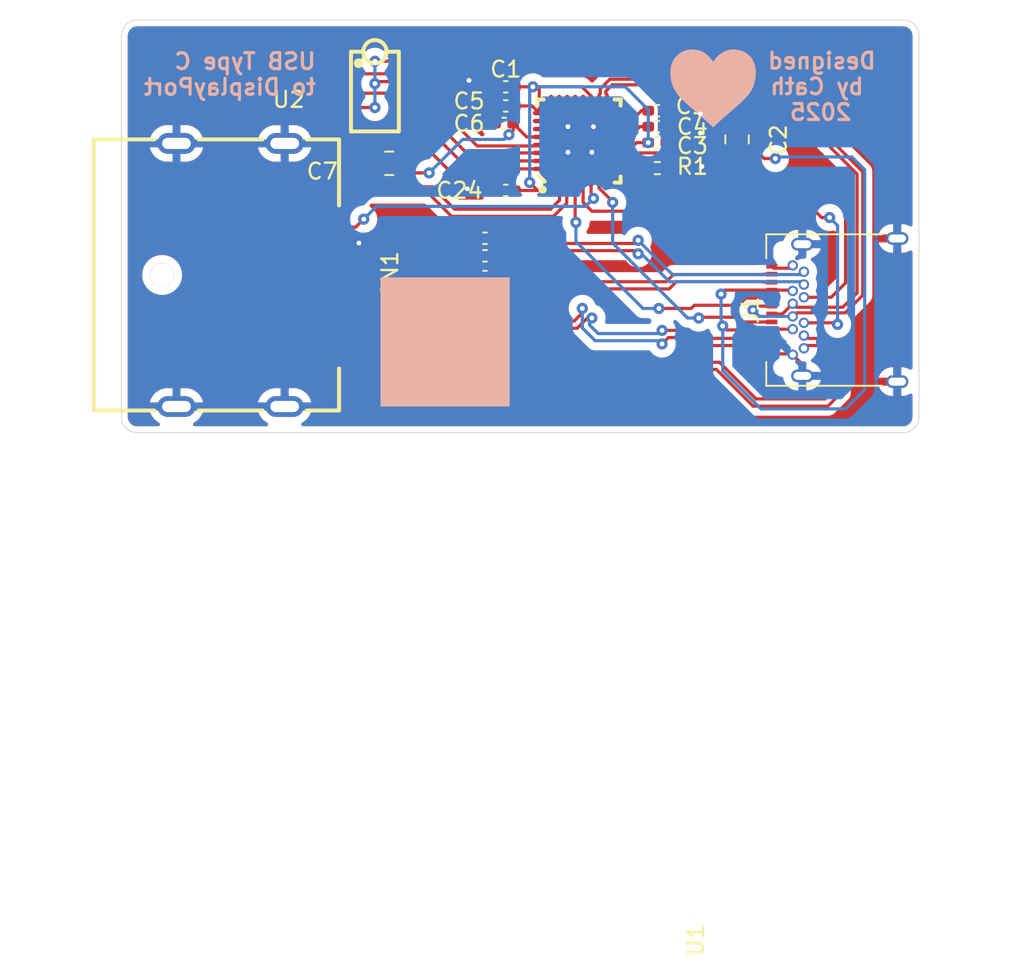
<source format=kicad_pcb>
(kicad_pcb (version 20240108) (generator "pcbnew") (generator_version "8.0")
  (layers (0 "F.Cu" signal) (1 "In1.Cu" power) (2 "In2.Cu" power) (31 "B.Cu" signal) (34 "B.Paste" user) (35 "F.Paste" user) (36 "B.SilkS" user "B.Silkscreen") (37 "F.SilkS" user "F.Silkscreen") (38 "B.Mask" user) (39 "F.Mask" user) (44 "Edge.Cuts" user))
  (net 0 "")
  (net 1 "GND")
  (net 2 "+3.3V")
  (net 3 "VBUS")
  (net 4 "Net-(U1-LDOVDD18O)")
  (net 5 "Net-(U1-DVCC18)")
  (net 6 "DP_LANE0-")
  (net 7 "DP_LANE0+")
  (net 8 "DP_LANE1-")
  (net 9 "DP_LANE1+")
  (net 10 "DP_LANE2-")
  (net 11 "DP_LANE2+")
  (net 12 "DP_LANE3-")
  (net 13 "DP_LANE3+")
  (net 15 "AUX+")
  (net 16 "AUX-")
  (net 17 "HPD")
  (net 19 "CC1")
  (net 20 "D-")
  (net 21 "SBU2")
  (net 22 "D+")
  (net 23 "SBU1")
  (net 24 "CC2")
  (net 25 "Net-(U1-REXT)")
  (net 29 "SPI_CS")
  (net 31 "SCLK")
  (net 34 "SPI_DI")
  (net 37 "SPI_DO")
  (net 40 "/RX1-")
  (net 41 "/RX1+")
  (net 42 "/TX1-")
  (net 43 "/TX1+")
  (net 44 "/RX2-")
  (net 45 "/RX2+")
  (net 46 "/TX2-")
  (net 47 "/TX2+")
  (net 48 "Net-(U1-OSCVDD18)")
  (footprint "da:QFN-32_L5.0-W5.0-P0.50-TL-EP3.5" (layer "F.Cu") (at 99 56.3975 90)
    (property "Reference" "U1")
    (property "Value" "VL103-Q3")
  )
  (footprint "Capacitor_SMD:C_0402_1005Metric_Pad0.74x0.62mm_HandSolder" (layer "F.Cu") (at 93.1 67.3 180)
    (property "Reference" "C11" (hide yes))
    (property "Value" "100nF")
  )
  (footprint "Capacitor_SMD:C_0402_1005Metric_Pad0.74x0.62mm_HandSolder" (layer "F.Cu") (at 94.4 59.5 180)
    (property "Reference" "C24")
    (property "Value" "100nF")
  )
  (footprint "Capacitor_SMD:C_0402_1005Metric_Pad0.74x0.62mm_HandSolder" (layer "F.Cu") (at 94.4 54.2 180)
    (property "Reference" "C5")
    (property "Value" "100nF")
  )
  (footprint "Capacitor_SMD:C_0402_1005Metric_Pad0.74x0.62mm_HandSolder" (layer "F.Cu") (at 93.1 63.6 180)
    (property "Reference" "C14" (hide yes))
    (property "Value" "100nF")
  )
  (footprint "da:SOIC-8_L5.0-W4.0-P1.27-LS6.0-BL" (layer "F.Cu") (at 86.2 53.3 -90)
    (property "Reference" "U2")
    (property "Value" "W25Q16BVSSIG")
  )
  (footprint "Capacitor_SMD:C_0402_1005Metric_Pad0.74x0.62mm_HandSolder" (layer "F.Cu") (at 94.4 53 180)
    (property "Reference" "C1")
    (property "Value" "100nF")
  )
  (footprint "Connector_USB:USB_C_Receptacle_Amphenol_12401548E4-2A" (layer "F.Cu") (at 116.1 67 90)
    (property "Reference" "J1")
    (property "Value" "USB_C_Receptacle")
  )
  (footprint "Capacitor_SMD:C_0402_1005Metric_Pad0.74x0.62mm_HandSolder" (layer "F.Cu") (at 103.9 56.5)
    (property "Reference" "C3")
    (property "Value" "100nF")
  )
  (footprint "Capacitor_SMD:C_0402_1005Metric_Pad0.74x0.62mm_HandSolder" (layer "F.Cu") (at 93.1 62.5 180)
    (property "Reference" "C15" (hide yes))
    (property "Value" "100nF")
  )
  (footprint "Resistor_SMD:R_0402_1005Metric_Pad0.72x0.64mm_HandSolder" (layer "F.Cu") (at 103.9 58.1 180)
    (property "Reference" "R1")
    (property "Value" "20.5k")
  )
  (footprint "Capacitor_SMD:C_0402_1005Metric_Pad0.74x0.62mm_HandSolder" (layer "F.Cu") (at 93.1 66 180)
    (property "Reference" "C12" (hide yes))
    (property "Value" "100nF")
  )
  (footprint "Capacitor_SMD:C_0805_2012Metric_Pad1.18x1.45mm_HandSolder" (layer "F.Cu") (at 108.9 56.3 90)
    (property "Reference" "C2")
    (property "Value" "10uF")
  )
  (footprint "Capacitor_SMD:C_0402_1005Metric_Pad0.74x0.62mm_HandSolder" (layer "F.Cu") (at 103.9 54.5)
    (property "Reference" "C16")
    (property "Value" "100nF")
  )
  (footprint "Capacitor_SMD:C_0402_1005Metric_Pad0.74x0.62mm_HandSolder" (layer "F.Cu") (at 93.1 71.12 180)
    (property "Reference" "C8" (hide yes))
    (property "Value" "100nF")
  )
  (footprint "Capacitor_SMD:C_0402_1005Metric_Pad0.74x0.62mm_HandSolder" (layer "F.Cu") (at 103.9 55.5)
    (property "Reference" "C4")
    (property "Value" "100nF")
  )
  (footprint "Capacitor_SMD:C_0402_1005Metric_Pad0.74x0.62mm_HandSolder" (layer "F.Cu") (at 93.1 68.53 180)
    (property "Reference" "C10" (hide yes))
    (property "Value" "100nF")
  )
  (footprint "Capacitor_SMD:C_0402_1005Metric_Pad0.74x0.62mm_HandSolder" (layer "F.Cu") (at 93.1 69.93 180)
    (property "Reference" "C9" (hide yes))
    (property "Value" "100nF")
  )
  (footprint "Capacitor_SMD:C_0402_1005Metric_Pad0.74x0.62mm_HandSolder" (layer "F.Cu") (at 94.3 55.3 180)
    (property "Reference" "C6")
    (property "Value" "100nF")
  )
  (footprint "Capacitor_SMD:C_0805_2012Metric_Pad1.18x1.45mm_HandSolder" (layer "F.Cu") (at 87.1 57.8 180)
    (property "Reference" "C7")
    (property "Value" "10uF")
  )
  (footprint "da:DP-SMD_HYC16-DP20-178" (layer "F.Cu") (at 78.4525 64.8 -90)
    (property "Reference" "CN1")
    (property "Value" "HYC16-DP20-178")
  )
  (footprint "Capacitor_SMD:C_0402_1005Metric_Pad0.74x0.62mm_HandSolder" (layer "F.Cu") (at 93.1 64.9 180)
    (property "Reference" "C13" (hide yes))
    (property "Value" "100nF")
  )
  (footprint "LOGO" (layer "B.Cu") (at 107.4 53.1 180)
    (property "Reference" "G***" (hide yes))
    (property "Value" "LOGO" (hide yes))
  )
  (gr_rect (start 86.6 65) (end 94.6 73) (stroke (width 0.1)) (fill solid) (layer "B.SilkS"))
  (gr_line (start 120.3 49.807107) (end 120.3 73.692893) (stroke (width 0.05)) (layer "Edge.Cuts"))
  (gr_line (start 119.292893 74.692893) (end 71.307107 74.692893) (stroke (width 0.05)) (layer "Edge.Cuts"))
  (gr_arc (start 119.3 48.807107) (mid 120.007107 49.1) (end 120.3 49.807107) (stroke (width 0.05)) (layer "Edge.Cuts"))
  (gr_arc (start 71.307107 74.692893) (mid 70.6 74.4) (end 70.307107 73.692893) (stroke (width 0.05)) (layer "Edge.Cuts"))
  (gr_line (start 70.307107 73.692893) (end 70.307107 49.807107) (stroke (width 0.05)) (layer "Edge.Cuts"))
  (gr_arc (start 120.292893 73.692893) (mid 120 74.4) (end 119.292893 74.692893) (stroke (width 0.05)) (layer "Edge.Cuts"))
  (gr_line (start 71.307107 48.807107) (end 119.3 48.807107) (stroke (width 0.05)) (layer "Edge.Cuts"))
  (gr_arc (start 70.307107 49.807107) (mid 70.6 49.1) (end 71.307107 48.807107) (stroke (width 0.05)) (layer "Edge.Cuts"))
  (gr_text "Designed \n by Cath\n  2025\n\n\n" (at 117.7 58.4 0) (layer "B.SilkS") (effects (font (size 1 1) (thickness 0.2) (bold yes)) (justify left bottom mirror)))
  (gr_text "USB Type C \nto DisplayPort" (at 82.6 53.6 0) (layer "B.SilkS") (effects (font (size 1 1) (thickness 0.2) (bold yes)) (justify left bottom mirror)))
  (segment (start 83.1425 64.3) (end 80.3 64.3) (width 0.2) (layer "F.Cu") (net 1))
  (segment (start 83.1425 62.8) (end 85.2 62.8) (width 0.2) (layer "F.Cu") (net 1))
  (segment (start 83.1425 65.3) (end 80.2 65.3) (width 0.2) (layer "F.Cu") (net 1))
  (segment (start 83.1425 69.8) (end 80.2 69.8) (width 0.2) (layer "F.Cu") (net 1))
  (segment (start 112.99 70.4) (end 112.99 71.13) (width 0.2) (layer "F.Cu") (net 1))
  (segment (start 83.1425 66.8) (end 79.9 66.8) (width 0.2) (layer "F.Cu") (net 1))
  (segment (start 111.08 64.25) (end 111.205 64.375) (width 0.2) (layer "F.Cu") (net 1))
  (segment (start 111.08 69.75) (end 112.34 69.75) (width 0.2) (layer "F.Cu") (net 1))
  (segment (start 112.39 69.8) (end 112.99 70.4) (width 0.2) (layer "F.Cu") (net 1))
  (segment (start 112.34 69.75) (end 112.39 69.8) (width 0.2) (layer "F.Cu") (net 1))
  (segment (start 112.215 64.375) (end 112.39 64.2) (width 0.2) (layer "F.Cu") (net 1))
  (segment (start 111.05 64.25) (end 110.25 63.45) (width 0.2) (layer "F.Cu") (net 1))
  (segment (start 111.08 64.25) (end 111.05 64.25) (width 0.2) (layer "F.Cu") (net 1))
  (segment (start 83.1425 68.3) (end 80.1 68.3) (width 0.2) (layer "F.Cu") (net 1))
  (segment (start 80.2 69.8) (end 80.1 69.7) (width 0.2) (layer "F.Cu") (net 1))
  (segment (start 79.3 63.8) (end 79.1 64) (width 0.2) (layer "F.Cu") (net 1))
  (segment (start 83.1425 63.8) (end 79.3 63.8) (width 0.2) (layer "F.Cu") (net 1))
  (segment (start 111.205 64.375) (end 112.215 64.375) (width 0.2) (layer "F.Cu") (net 1))
  (segment (start 79.9 66.8) (end 79.8 66.9) (width 0.2) (layer "F.Cu") (net 1))
  (via (at 92.1 52.6) (size 0.7) (drill 0.3) (layers "F.Cu" "B.Cu") (net 1))
  (via (at 99.8 57.1) (size 0.7) (drill 0.3) (layers "F.Cu" "B.Cu") (net 1))
  (via (at 106.6 54.7) (size 0.7) (drill 0.3) (layers "F.Cu" "B.Cu") (net 1))
  (via (at 98.3 57.1) (size 0.7) (drill 0.3) (layers "F.Cu" "B.Cu") (net 1))
  (via (at 85.2 62.8) (size 0.7) (drill 0.3) (layers "F.Cu" "B.Cu") (net 1))
  (via (at 106.6 55.9) (size 0.7) (drill 0.3) (layers "F.Cu" "B.Cu") (net 1))
  (via (at 98.3 55.5) (size 0.7) (drill 0.3) (layers "F.Cu" "B.Cu") (net 1))
  (via (at 92 59.4) (size 0.7) (drill 0.3) (layers "F.Cu" "B.Cu") (net 1))
  (via (at 99.9 55.5) (size 0.7) (drill 0.3) (layers "F.Cu" "B.Cu") (net 1))
  (via (at 106.7 58) (size 0.7) (drill 0.3) (layers "F.Cu" "B.Cu") (net 1))
  (segment (start 86.6 51.4) (end 86.61 51.39) (width 0.2) (layer "F.Cu") (net 2))
  (segment (start 102.5975 56.5) (end 103.3325 56.5) (width 0.2) (layer "F.Cu") (net 2))
  (segment (start 96.1 53) (end 94.9675 53) (width 0.2) (layer "F.Cu") (net 2))
  (segment (start 96.5 53) (end 96.1 53) (width 0.2) (layer "F.Cu") (net 2))
  (segment (start 101.5 56.6475) (end 102.45 56.6475) (width 0.2) (layer "F.Cu") (net 2))
  (segment (start 86.33 52.67) (end 86.2 52.8) (width 0.2) (layer "F.Cu") (net 2))
  (segment (start 96.5 54.6475) (end 96.5 53) (width 0.2) (layer "F.Cu") (net 2))
  (segment (start 88.91 51.39) (end 93.3575 51.39) (width 0.2) (layer "F.Cu") (net 2))
  (segment (start 96.3 59.5) (end 96.3 59.4) (width 0.2) (layer "F.Cu") (net 2))
  (segment (start 96.6475 59.5) (end 97.25 58.8975) (width 0.2) (layer "F.Cu") (net 2))
  (segment (start 96.0525 54.2) (end 96.5 54.6475) (width 0.2) (layer "F.Cu") (net 2))
  (segment (start 83.86 54.3) (end 83.49 53.93) (width 0.2) (layer "F.Cu") (net 2))
  (segment (start 86.2 54.3) (end 83.86 54.3) (width 0.2) (layer "F.Cu") (net 2))
  (segment (start 96.5 53) (end 99.1725 53) (width 0.2) (layer "F.Cu") (net 2))
  (segment (start 86.2 51.4) (end 86.6 51.4) (width 0.2) (layer "F.Cu") (net 2))
  (segment (start 86.61 51.39) (end 88.91 51.39) (width 0.2) (layer "F.Cu") (net 2))
  (segment (start 99.75 53.5775) (end 99.75 53.8975) (width 0.2) (layer "F.Cu") (net 2))
  (segment (start 96.3 59.4) (end 95.9 59) (width 0.2) (layer "F.Cu") (net 2))
  (segment (start 94.9675 54.2) (end 96.0525 54.2) (width 0.2) (layer "F.Cu") (net 2))
  (segment (start 88.91 52.67) (end 86.33 52.67) (width 0.2) (layer "F.Cu") (net 2))
  (segment (start 102.45 56.6475) (end 102.5975 56.5) (width 0.2) (layer "F.Cu") (net 2))
  (segment (start 94.9675 59.5) (end 96.3 59.5) (width 0.2) (layer "F.Cu") (net 2))
  (segment (start 99.1725 53) (end 99.75 53.5775) (width 0.2) (layer "F.Cu") (net 2))
  (segment (start 93.3575 51.39) (end 94.9675 53) (width 0.2) (layer "F.Cu") (net 2))
  (segment (start 96.3 59.5) (end 96.6475 59.5) (width 0.2) (layer "F.Cu") (net 2))
  (via (at 86.2 52.8) (size 0.7) (drill 0.3) (layers "F.Cu" "B.Cu") (net 2))
  (via (at 86.2 54.3) (size 0.7) (drill 0.3) (layers "F.Cu" "B.Cu") (net 2))
  (via (at 86.2 51.4) (size 0.7) (drill 0.3) (layers "F.Cu" "B.Cu") (net 2))
  (via (at 95.9 59) (size 0.7) (drill 0.3) (layers "F.Cu" "B.Cu") (net 2))
  (via (at 96.1 53) (size 0.7) (drill 0.3) (layers "F.Cu" "B.Cu") (net 2))
  (via (at 103.3325 56.5) (size 0.7) (drill 0.3) (layers "F.Cu" "B.Cu") (net 2))
  (segment (start 95.9 53.2) (end 96.1 53) (width 0.2) (layer "B.Cu") (net 2))
  (segment (start 86.2 54.3) (end 86.2 53.7) (width 0.2) (layer "B.Cu") (net 2))
  (segment (start 101.9 53) (end 96.1 53) (width 0.2) (layer "B.Cu") (net 2))
  (segment (start 86.2 53.7) (end 86.2 52.8) (width 0.2) (layer "B.Cu") (net 2))
  (segment (start 86.2 52.8) (end 86.2 51.4) (width 0.2) (layer "B.Cu") (net 2))
  (segment (start 95.9 59) (end 95.9 53.2) (width 0.2) (layer "B.Cu") (net 2))
  (segment (start 103.3325 54.4325) (end 101.9 53) (width 0.2) (layer "B.Cu") (net 2))
  (segment (start 103.3325 56.5) (end 103.3325 54.4325) (width 0.2) (layer "B.Cu") (net 2))
  (segment (start 110.4375 57.3375) (end 108.9 57.3375) (width 0.2) (layer "F.Cu") (net 3))
  (segment (start 108.25 68.25) (end 108 68) (width 0.2) (layer "F.Cu") (net 3))
  (segment (start 108.15 65.75) (end 107.9 66) (width 0.2) (layer "F.Cu") (net 3))
  (segment (start 111.08 65.75) (end 112.34 65.75) (width 0.2) (layer "F.Cu") (net 3))
  (segment (start 111.08 68.25) (end 108.25 68.25) (width 0.2) (layer "F.Cu") (net 3))
  (segment (start 111.3 57.5) (end 110.6 57.5) (width 0.2) (layer "F.Cu") (net 3))
  (segment (start 101.5 57.1475) (end 108.71 57.1475) (width 0.2) (layer "F.Cu") (net 3))
  (segment (start 110.6 57.5) (end 110.4375 57.3375) (width 0.2) (layer "F.Cu") (net 3))
  (segment (start 111.13 68.2) (end 111.08 68.25) (width 0.2) (layer "F.Cu") (net 3))
  (segment (start 111.08 65.75) (end 108.15 65.75) (width 0.2) (layer "F.Cu") (net 3))
  (segment (start 112.39 68.2) (end 111.13 68.2) (width 0.2) (layer "F.Cu") (net 3))
  (segment (start 108.71 57.1475) (end 108.9 57.3375) (width 0.2) (layer "F.Cu") (net 3))
  (segment (start 112.34 65.75) (end 112.39 65.8) (width 0.2) (layer "F.Cu") (net 3))
  (via (at 107.9 66) (size 0.7) (drill 0.3) (layers "F.Cu" "B.Cu") (net 3))
  (via (at 108 68) (size 0.7) (drill 0.3) (layers "F.Cu" "B.Cu") (net 3))
  (via (at 111.3 57.5) (size 0.7) (drill 0.3) (layers "F.Cu" "B.Cu") (net 3))
  (segment (start 107.9 67.9) (end 108 68) (width 0.2) (layer "B.Cu") (net 3))
  (segment (start 115.7 73.2) (end 116.9 72) (width 0.2) (layer "B.Cu") (net 3))
  (segment (start 116.9 58.7) (end 116.9 58.2) (width 0.2) (layer "B.Cu") (net 3))
  (segment (start 116.1 57.4) (end 111.4 57.4) (width 0.2) (layer "B.Cu") (net 3))
  (segment (start 108 70.8) (end 110.1 72.9) (width 0.2) (layer "B.Cu") (net 3))
  (segment (start 111.4 57.4) (end 111.3 57.5) (width 0.2) (layer "B.Cu") (net 3))
  (segment (start 108 68) (end 108 70.8) (width 0.2) (layer "B.Cu") (net 3))
  (segment (start 110.1 72.9) (end 110.4 73.2) (width 0.2) (layer "B.Cu") (net 3))
  (segment (start 107.9 66) (end 107.9 67.9) (width 0.2) (layer "B.Cu") (net 3))
  (segment (start 116.9 68.9) (end 116.9 58.7) (width 0.2) (layer "B.Cu") (net 3))
  (segment (start 116.9 72) (end 116.9 68.9) (width 0.2) (layer "B.Cu") (net 3))
  (segment (start 116.9 58.2) (end 116.1 57.4) (width 0.2) (layer "B.Cu") (net 3))
  (segment (start 110.4 73.2) (end 115.7 73.2) (width 0.2) (layer "B.Cu") (net 3))
  (segment (start 101.5 56.1475) (end 102.1525 56.1475) (width 0.2) (layer "F.Cu") (net 4))
  (segment (start 102.8 55.5) (end 103.3325 55.5) (width 0.2) (layer "F.Cu") (net 4))
  (segment (start 102.1525 56.1475) (end 102.8 55.5) (width 0.2) (layer "F.Cu") (net 4))
  (segment (start 94.8675 55.3) (end 94.8675 55.7325) (width 0.2) (layer "F.Cu") (net 5))
  (segment (start 94.8675 55.3) (end 95.715 56.1475) (width 0.2) (layer "F.Cu") (net 5))
  (segment (start 94.8675 55.7325) (end 94.6 56) (width 0.2) (layer "F.Cu") (net 5))
  (segment (start 95.715 56.1475) (end 96.5 56.1475) (width 0.2) (layer "F.Cu") (net 5))
  (segment (start 89.6 58.4) (end 88.7375 58.4) (width 0.2) (layer "F.Cu") (net 5))
  (segment (start 88.7375 58.4) (end 88.1375 57.8) (width 0.2) (layer "F.Cu") (net 5))
  (via (at 94.6 56) (size 0.7) (drill 0.3) (layers "F.Cu" "B.Cu") (net 5))
  (via (at 89.6 58.4) (size 0.7) (drill 0.3) (layers "F.Cu" "B.Cu") (net 5))
  (segment (start 94.3 56.3) (end 91.7 56.3) (width 0.2) (layer "B.Cu") (net 5))
  (segment (start 91.7 56.3) (end 89.6 58.4) (width 0.2) (layer "B.Cu") (net 5))
  (segment (start 94.6 56) (end 94.3 56.3) (width 0.2) (layer "B.Cu") (net 5))
  (segment (start 83.1425 70.3) (end 84.942501 70.3) (width 0.2) (layer "F.Cu") (net 6))
  (segment (start 87.527014 69.9762) (end 88.252014 70.7012) (width 0.2) (layer "F.Cu") (net 6))
  (segment (start 91.981249 71.12) (end 92.5325 71.12) (width 0.2) (layer "F.Cu") (net 6))
  (segment (start 88.252014 70.7012) (end 91.562449 70.7012) (width 0.2) (layer "F.Cu") (net 6))
  (segment (start 84.942501 70.3) (end 85.266301 69.9762) (width 0.2) (layer "F.Cu") (net 6))
  (segment (start 91.562449 70.7012) (end 91.981249 71.12) (width 0.2) (layer "F.Cu") (net 6))
  (segment (start 85.266301 69.9762) (end 87.527014 69.9762) (width 0.2) (layer "F.Cu") (net 6))
  (segment (start 83.1425 69.3) (end 84.942501 69.3) (width 0.2) (layer "F.Cu") (net 7))
  (segment (start 88.397986 70.3488) (end 91.562449 70.3488) (width 0.2) (layer "F.Cu") (net 7))
  (segment (start 84.942501 69.3) (end 85.266301 69.6238) (width 0.2) (layer "F.Cu") (net 7))
  (segment (start 91.981249 69.93) (end 92.5325 69.93) (width 0.2) (layer "F.Cu") (net 7))
  (segment (start 87.672986 69.6238) (end 88.397986 70.3488) (width 0.2) (layer "F.Cu") (net 7))
  (segment (start 85.266301 69.6238) (end 87.672986 69.6238) (width 0.2) (layer "F.Cu") (net 7))
  (segment (start 91.562449 70.3488) (end 91.981249 69.93) (width 0.2) (layer "F.Cu") (net 7))
  (segment (start 92.5325 68.53) (end 91.981249 68.53) (width 0.2) (layer "F.Cu") (net 8))
  (segment (start 91.981249 68.53) (end 91.542449 68.0912) (width 0.2) (layer "F.Cu") (net 8))
  (segment (start 85.266301 68.4762) (end 84.942501 68.8) (width 0.2) (layer "F.Cu") (net 8))
  (segment (start 84.942501 68.8) (end 83.1425 68.8) (width 0.2) (layer "F.Cu") (net 8))
  (segment (start 91.542449 68.0912) (end 90.857986 68.0912) (width 0.2) (layer "F.Cu") (net 8))
  (segment (start 90.472986 68.4762) (end 85.266301 68.4762) (width 0.2) (layer "F.Cu") (net 8))
  (segment (start 90.857986 68.0912) (end 90.472986 68.4762) (width 0.2) (layer "F.Cu") (net 8))
  (segment (start 90.327014 68.1238) (end 85.266301 68.1238) (width 0.2) (layer "F.Cu") (net 9))
  (segment (start 84.942501 67.8) (end 83.1425 67.8) (width 0.2) (layer "F.Cu") (net 9))
  (segment (start 92.5325 67.3) (end 91.981249 67.3) (width 0.2) (layer "F.Cu") (net 9))
  (segment (start 91.542449 67.7388) (end 90.712014 67.7388) (width 0.2) (layer "F.Cu") (net 9))
  (segment (start 90.712014 67.7388) (end 90.327014 68.1238) (width 0.2) (layer "F.Cu") (net 9))
  (segment (start 91.981249 67.3) (end 91.542449 67.7388) (width 0.2) (layer "F.Cu") (net 9))
  (segment (start 85.266301 68.1238) (end 84.942501 67.8) (width 0.2) (layer "F.Cu") (net 9))
  (segment (start 91.981249 66) (end 92.5325 66) (width 0.2) (layer "F.Cu") (net 10))
  (segment (start 83.1425 67.3) (end 84.942501 67.3) (width 0.2) (layer "F.Cu") (net 10))
  (segment (start 91.607449 65.6262) (end 91.981249 66) (width 0.2) (layer "F.Cu") (net 10))
  (segment (start 88.222986 65.6262) (end 91.607449 65.6262) (width 0.2) (layer "F.Cu") (net 10))
  (segment (start 86.872986 66.9762) (end 88.222986 65.6262) (width 0.2) (layer "F.Cu") (net 10))
  (segment (start 84.942501 67.3) (end 85.266301 66.9762) (width 0.2) (layer "F.Cu") (net 10))
  (segment (start 85.266301 66.9762) (end 86.872986 66.9762) (width 0.2) (layer "F.Cu") (net 10))
  (segment (start 84.942501 66.3) (end 85.266301 66.6238) (width 0.2) (layer "F.Cu") (net 11))
  (segment (start 85.266301 66.6238) (end 86.727014 66.6238) (width 0.2) (layer "F.Cu") (net 11))
  (segment (start 91.607449 65.2738) (end 91.981249 64.9) (width 0.2) (layer "F.Cu") (net 11))
  (segment (start 86.727014 66.6238) (end 88.077014 65.2738) (width 0.2) (layer "F.Cu") (net 11))
  (segment (start 83.1425 66.3) (end 84.942501 66.3) (width 0.2) (layer "F.Cu") (net 11))
  (segment (start 88.077014 65.2738) (end 91.607449 65.2738) (width 0.2) (layer "F.Cu") (net 11))
  (segment (start 91.981249 64.9) (end 92.5325 64.9) (width 0.2) (layer "F.Cu") (net 11))
  (segment (start 85.266301 65.4762) (end 85.772986 65.4762) (width 0.2) (layer "F.Cu") (net 12))
  (segment (start 85.772986 65.4762) (end 88.022986 63.2262) (width 0.2) (layer "F.Cu") (net 12))
  (segment (start 84.942501 65.8) (end 85.266301 65.4762) (width 0.2) (layer "F.Cu") (net 12))
  (segment (start 83.1425 65.8) (end 84.942501 65.8) (width 0.2) (layer "F.Cu") (net 12))
  (segment (start 88.022986 63.2262) (end 91.607449 63.2262) (width 0.2) (layer "F.Cu") (net 12))
  (segment (start 91.981249 63.6) (end 92.5325 63.6) (width 0.2) (layer "F.Cu") (net 12))
  (segment (start 91.607449 63.2262) (end 91.981249 63.6) (width 0.2) (layer "F.Cu") (net 12))
  (segment (start 91.981249 62.5) (end 92.5325 62.5) (width 0.2) (layer "F.Cu") (net 13))
  (segment (start 84.942501 64.8) (end 85.266301 65.1238) (width 0.2) (layer "F.Cu") (net 13))
  (segment (start 85.627014 65.1238) (end 87.877014 62.8738) (width 0.2) (layer "F.Cu") (net 13))
  (segment (start 91.607449 62.8738) (end 91.981249 62.5) (width 0.2) (layer "F.Cu") (net 13))
  (segment (start 85.266301 65.1238) (end 85.627014 65.1238) (width 0.2) (layer "F.Cu") (net 13))
  (segment (start 87.877014 62.8738) (end 91.607449 62.8738) (width 0.2) (layer "F.Cu") (net 13))
  (segment (start 83.1425 64.8) (end 84.942501 64.8) (width 0.2) (layer "F.Cu") (net 13))
  (segment (start 97.75 59.2975) (end 97.775 59.3225) (width 0.2) (layer "F.Cu") (net 15))
  (segment (start 97.75 58.8975) (end 97.75 59.2975) (width 0.2) (layer "F.Cu") (net 15))
  (segment (start 97.775 60.1068) (end 97.2068 60.675) (width 0.2) (layer "F.Cu") (net 15))
  (segment (start 89.7932 59.275) (end 80.3068 59.275) (width 0.2) (layer "F.Cu") (net 15))
  (segment (start 80.3068 59.275) (end 78.775 60.8068) (width 0.2) (layer "F.Cu") (net 15))
  (segment (start 91.1932 60.675) (end 89.7932 59.275) (width 0.2) (layer "F.Cu") (net 15))
  (segment (start 97.775 59.3225) (end 97.775 60.1068) (width 0.2) (layer "F.Cu") (net 15))
  (segment (start 78.775 60.8068) (end 78.775 62.050195) (width 0.2) (layer "F.Cu") (net 15))
  (segment (start 81.342499 63.3) (end 83.1425 63.3) (width 0.2) (layer "F.Cu") (net 15))
  (segment (start 81.067499 63.025) (end 81.342499 63.3) (width 0.2) (layer "F.Cu") (net 15))
  (segment (start 78.775 62.050195) (end 79.749805 63.025) (width 0.2) (layer "F.Cu") (net 15))
  (segment (start 97.2068 60.675) (end 91.1932 60.675) (width 0.2) (layer "F.Cu") (net 15))
  (segment (start 79.749805 63.025) (end 81.067499 63.025) (width 0.2) (layer "F.Cu") (net 15))
  (segment (start 98.25 59.2975) (end 98.225 59.3225) (width 0.2) (layer "F.Cu") (net 16))
  (segment (start 79.936205 62.575) (end 81.067499 62.575) (width 0.2) (layer "F.Cu") (net 16))
  (segment (start 81.342499 62.3) (end 83.1425 62.3) (width 0.2) (layer "F.Cu") (net 16))
  (segment (start 98.225 60.2932) (end 97.3932 61.125) (width 0.2) (layer "F.Cu") (net 16))
  (segment (start 98.25 58.8975) (end 98.25 59.2975) (width 0.2) (layer "F.Cu") (net 16))
  (segment (start 91.0068 61.125) (end 89.6068 59.725) (width 0.2) (layer "F.Cu") (net 16))
  (segment (start 79.225 60.9932) (end 79.225 61.863795) (width 0.2) (layer "F.Cu") (net 16))
  (segment (start 79.225 61.863795) (end 79.936205 62.575) (width 0.2) (layer "F.Cu") (net 16))
  (segment (start 98.225 59.3225) (end 98.225 60.2932) (width 0.2) (layer "F.Cu") (net 16))
  (segment (start 97.3932 61.125) (end 91.0068 61.125) (width 0.2) (layer "F.Cu") (net 16))
  (segment (start 81.067499 62.575) (end 81.342499 62.3) (width 0.2) (layer "F.Cu") (net 16))
  (segment (start 80.4932 59.725) (end 79.225 60.9932) (width 0.2) (layer "F.Cu") (net 16))
  (segment (start 89.6068 59.725) (end 80.4932 59.725) (width 0.2) (layer "F.Cu") (net 16))
  (segment (start 99.9 60) (end 99.75 59.85) (width 0.2) (layer "F.Cu") (net 17))
  (segment (start 99.75 59.85) (end 99.75 58.8975) (width 0.2) (layer "F.Cu") (net 17))
  (segment (start 85 61.8) (end 85.5 61.3) (width 0.2) (layer "F.Cu") (net 17))
  (segment (start 83.1425 61.8) (end 85 61.8) (width 0.2) (layer "F.Cu") (net 17))
  (via (at 99.9 60) (size 0.7) (drill 0.3) (layers "F.Cu" "B.Cu") (net 17))
  (via (at 85.5 61.3) (size 0.7) (drill 0.3) (layers "F.Cu" "B.Cu") (net 17))
  (segment (start 86.3 60.5) (end 85.5 61.3) (width 0.2) (layer "B.Cu") (net 17))
  (segment (start 99.4 60.5) (end 86.3 60.5) (width 0.2) (layer "B.Cu") (net 17))
  (segment (start 99.9 60) (end 99.4 60.5) (width 0.2) (layer "B.Cu") (net 17))
  (segment (start 106.5 67.5) (end 106.55 67.45) (width 0.2) (layer "F.Cu") (net 19))
  (segment (start 109.25 67.75) (end 111.08 67.75) (width 0.2) (layer "F.Cu") (net 19))
  (segment (start 108.95 67.45) (end 109.25 67.75) (width 0.2) (layer "F.Cu") (net 19))
  (segment (start 106.55 67.45) (end 108.95 67.45) (width 0.2) (layer "F.Cu") (net 19))
  (segment (start 101.1 60.25) (end 101.1 60.2) (width 0.2) (layer "F.Cu") (net 19))
  (segment (start 101.1 60.2) (end 100.25 59.35) (width 0.2) (layer "F.Cu") (net 19))
  (segment (start 100.25 59.35) (end 100.25 58.8975) (width 0.2) (layer "F.Cu") (net 19))
  (via (at 101.1 60.25) (size 0.7) (drill 0.3) (layers "F.Cu" "B.Cu") (net 19))
  (via (at 106.5 67.5) (size 0.7) (drill 0.3) (layers "F.Cu" "B.Cu") (net 19))
  (segment (start 106.5 67.5) (end 105.8 67.5) (width 0.2) (layer "B.Cu") (net 19))
  (segment (start 101.1 62.8) (end 101.1 60.25) (width 0.2) (layer "B.Cu") (net 19))
  (segment (start 105.8 67.5) (end 101.1 62.8) (width 0.2) (layer "B.Cu") (net 19))
  (segment (start 100.25 53.4975) (end 100.25 53.8975) (width 0.2) (layer "F.Cu") (net 20))
  (segment (start 115.672986 67.1762) (end 116.7762 66.072986) (width 0.2) (layer "F.Cu") (net 20))
  (segment (start 100.3238 53.4237) (end 100.25 53.4975) (width 0.2) (layer "F.Cu") (net 20))
  (segment (start 116.7762 66.072986) (end 116.7762 58.327014) (width 0.2) (layer "F.Cu") (net 20))
  (segment (start 100.927014 52.5238) (end 100.3238 53.127014) (width 0.2) (layer "F.Cu") (net 20))
  (segment (start 110.15 66.75) (end 109.9 67) (width 0.2) (layer "F.Cu") (net 20))
  (segment (start 116.7762 58.327014) (end 110.972986 52.5238) (width 0.2) (layer "F.Cu") (net 20))
  (segment (start 100.3238 53.127014) (end 100.3238 53.4237) (width 0.2) (layer "F.Cu") (net 20))
  (segment (start 111.08 66.75) (end 110.15 66.75) (width 0.2) (layer "F.Cu") (net 20))
  (segment (start 112.6138 67.1762) (end 115.672986 67.1762) (width 0.2) (layer "F.Cu") (net 20))
  (segment (start 112.39 67.4) (end 112.6138 67.1762) (width 0.2) (layer "F.Cu") (net 20))
  (segment (start 110.972986 52.5238) (end 100.927014 52.5238) (width 0.2) (layer "F.Cu") (net 20))
  (via (at 109.9 67) (size 0.7) (drill 0.3) (layers "F.Cu" "B.Cu") (net 20))
  (segment (start 109.9 67) (end 110.3 67.4) (width 0.2) (layer "B.Cu") (net 20))
  (segment (start 110.3 67.4) (end 112.39 67.4) (width 0.2) (layer "B.Cu") (net 20))
  (segment (start 99.25 58.8975) (end 99.25 60.25) (width 0.2) (layer "F.Cu") (net 21))
  (segment (start 99.8 60.8) (end 103 60.8) (width 0.2) (layer "F.Cu") (net 21))
  (segment (start 115.1 67.8) (end 115.2 67.9) (width 0.2) (layer "F.Cu") (net 21))
  (segment (start 113.9 67.8) (end 115.1 67.8) (width 0.2) (layer "F.Cu") (net 21))
  (segment (start 113.9 67.8) (end 113.09 67.8) (width 0.2) (layer "F.Cu") (net 21))
  (segment (start 114.7 61.2) (end 114.2 61.2) (width 0.2) (layer "F.Cu") (net 21))
  (segment (start 113.8 60.8) (end 103 60.8) (width 0.2) (layer "F.Cu") (net 21))
  (segment (start 99.25 60.25) (end 99.8 60.8) (width 0.2) (layer "F.Cu") (net 21))
  (segment (start 114.2 61.2) (end 113.8 60.8) (width 0.2) (layer "F.Cu") (net 21))
  (via (at 114.7 61.2) (size 0.7) (drill 0.3) (layers "F.Cu" "B.Cu") (net 21))
  (via (at 115.2 67.9) (size 0.7) (drill 0.3) (layers "F.Cu" "B.Cu") (net 21))
  (segment (start 115.2 61.7) (end 114.7 61.2) (width 0.2) (layer "B.Cu") (net 21))
  (segment (start 115.2 67.9) (end 115.2 61.7) (width 0.2) (layer "B.Cu") (net 21))
  (segment (start 116.4238 65.927014) (end 116.4238 58.472986) (width 0.2) (layer "F.Cu") (net 22))
  (segment (start 111.74 67.25) (end 112.39 66.6) (width 0.2) (layer "F.Cu") (net 22))
  (segment (start 100.6762 53.272986) (end 100.6762 53.4237) (width 0.2) (layer "F.Cu") (net 22))
  (segment (start 101.072986 52.8762) (end 100.6762 53.272986) (width 0.2) (layer "F.Cu") (net 22))
  (segment (start 111.08 67.25) (end 111.74 67.25) (width 0.2) (layer "F.Cu") (net 22))
  (segment (start 115.527014 66.8238) (end 116.4238 65.927014) (width 0.2) (layer "F.Cu") (net 22))
  (segment (start 110.827014 52.8762) (end 101.072986 52.8762) (width 0.2) (layer "F.Cu") (net 22))
  (segment (start 116.4238 58.472986) (end 110.827014 52.8762) (width 0.2) (layer "F.Cu") (net 22))
  (segment (start 100.75 53.4975) (end 100.75 53.8975) (width 0.2) (layer "F.Cu") (net 22))
  (segment (start 112.6138 66.8238) (end 115.527014 66.8238) (width 0.2) (layer "F.Cu") (net 22))
  (segment (start 112.39 66.6) (end 112.6138 66.8238) (width 0.2) (layer "F.Cu") (net 22))
  (segment (start 100.6762 53.4237) (end 100.75 53.4975) (width 0.2) (layer "F.Cu") (net 22))
  (segment (start 104 66.9) (end 106.022182 66.9) (width 0.2) (layer "F.Cu") (net 23))
  (segment (start 109.45 66.25) (end 111.08 66.25) (width 0.2) (layer "F.Cu") (net 23))
  (segment (start 106.222182 66.7) (end 109 66.7) (width 0.2) (layer "F.Cu") (net 23))
  (segment (start 109 66.7) (end 109.45 66.25) (width 0.2) (layer "F.Cu") (net 23))
  (segment (start 98.75 61.45) (end 98.75 58.8975) (width 0.2) (layer "F.Cu") (net 23))
  (segment (start 98.8 61.5) (end 98.75 61.45) (width 0.2) (layer "F.Cu") (net 23))
  (segment (start 106.022182 66.9) (end 106.222182 66.7) (width 0.2) (layer "F.Cu") (net 23))
  (via (at 98.8 61.5) (size 0.7) (drill 0.3) (layers "F.Cu" "B.Cu") (net 23))
  (via (at 104 66.9) (size 0.7) (drill 0.3) (layers "F.Cu" "B.Cu") (net 23))
  (segment (start 104 66.9) (end 103 66.9) (width 0.2) (layer "B.Cu") (net 23))
  (segment (start 98.8 62.7) (end 98.8 61.5) (width 0.2) (layer "B.Cu") (net 23))
  (segment (start 103 66.9) (end 98.8 62.7) (width 0.2) (layer "B.Cu") (net 23))
  (segment (start 114.8 66.2) (end 113.09 66.2) (width 0.2) (layer "F.Cu") (net 24))
  (segment (start 114.4 58.9) (end 115.7 60.2) (width 0.2) (layer "F.Cu") (net 24))
  (segment (start 115.7 60.2) (end 115.7 65.3) (width 0.2) (layer "F.Cu") (net 24))
  (segment (start 113.177818 58.9) (end 114.4 58.9) (width 0.2) (layer "F.Cu") (net 24))
  (segment (start 113.175318 58.8975) (end 113.177818 58.9) (width 0.2) (layer "F.Cu") (net 24))
  (segment (start 100.75 58.8975) (end 113.175318 58.8975) (width 0.2) (layer "F.Cu") (net 24))
  (segment (start 115.7 65.3) (end 114.8 66.2) (width 0.2) (layer "F.Cu") (net 24))
  (segment (start 103.255 58.1475) (end 103.3025 58.1) (width 0.2) (layer "F.Cu") (net 25))
  (segment (start 101.5 58.1475) (end 103.255 58.1475) (width 0.2) (layer "F.Cu") (net 25))
  (segment (start 89.800894 52.185) (end 91.6 53.984106) (width 0.2) (layer "F.Cu") (net 29))
  (segment (start 91.6 55.7) (end 92.61 56.71) (width 0.2) (layer "F.Cu") (net 29))
  (segment (start 83.49 51.39) (end 84.285 52.185) (width 0.2) (layer "F.Cu") (net 29))
  (segment (start 84.285 52.185) (end 89.800894 52.185) (width 0.2) (layer "F.Cu") (net 29))
  (segment (start 96.4375 56.71) (end 96.5 56.6475) (width 0.2) (layer "F.Cu") (net 29))
  (segment (start 91.6 53.984106) (end 91.6 55.7) (width 0.2) (layer "F.Cu") (net 29))
  (segment (start 92.61 56.71) (end 96.4375 56.71) (width 0.2) (layer "F.Cu") (net 29))
  (segment (start 89.23 53.93) (end 88.91 53.93) (width 0.2) (layer "F.Cu") (net 31))
  (segment (start 96.5 57.6475) (end 91.5475 57.6475) (width 0.2) (layer "F.Cu") (net 31))
  (segment (start 90.3 55) (end 89.23 53.93) (width 0.2) (layer "F.Cu") (net 31))
  (segment (start 90.3 56.4) (end 90.3 55) (width 0.2) (layer "F.Cu") (net 31))
  (segment (start 91.5475 57.6475) (end 90.3 56.4) (width 0.2) (layer "F.Cu") (net 31))
  (segment (start 90.7475 58.1475) (end 96.5 58.1475) (width 0.2) (layer "F.Cu") (net 34))
  (segment (start 88.91 55.2) (end 88.91 56.31) (width 0.2) (layer "F.Cu") (net 34))
  (segment (start 88.91 56.31) (end 90.7475 58.1475) (width 0.2) (layer "F.Cu") (net 34))
  (segment (start 90.8 54) (end 90.2 53.4) (width 0.2) (layer "F.Cu") (net 37))
  (segment (start 90.2 53.4) (end 84.22 53.4) (width 0.2) (layer "F.Cu") (net 37))
  (segment (start 96.5 57.1475) (end 91.9475 57.1475) (width 0.2) (layer "F.Cu") (net 37))
  (segment (start 84.22 53.4) (end 83.49 52.67) (width 0.2) (layer "F.Cu") (net 37))
  (segment (start 91.9475 57.1475) (end 90.8 56) (width 0.2) (layer "F.Cu") (net 37))
  (segment (start 90.8 56) (end 90.8 54) (width 0.2) (layer "F.Cu") (net 37))
  (segment (start 115.425 72.1932) (end 114.5932 73.025) (width 0.2) (layer "F.Cu") (net 40))
  (segment (start 94.588751 70.75) (end 94.218751 71.12) (width 0.2) (layer "F.Cu") (net 40))
  (segment (start 115.425 69.7068) (end 115.425 72.1932) (width 0.2) (layer "F.Cu") (net 40))
  (segment (start 113.09 68.6) (end 113.264999 68.774999) (width 0.2) (layer "F.Cu") (net 40))
  (segment (start 109.9068 73.025) (end 107.6068 70.725) (width 0.2) (layer "F.Cu") (net 40))
  (segment (start 114.493199 68.774999) (end 115.425 69.7068) (width 0.2) (layer "F.Cu") (net 40))
  (segment (start 107.6068 70.725) (end 96.2 70.725) (width 0.2) (layer "F.Cu") (net 40))
  (segment (start 114.5932 73.025) (end 109.9068 73.025) (width 0.2) (layer "F.Cu") (net 40))
  (segment (start 96.2 70.725) (end 96.175 70.75) (width 0.2) (layer "F.Cu") (net 40))
  (segment (start 113.264999 68.774999) (end 114.493199 68.774999) (width 0.2) (layer "F.Cu") (net 40))
  (segment (start 94.218751 71.12) (end 93.6675 71.12) (width 0.2) (layer "F.Cu") (net 40))
  (segment (start 96.175 70.75) (end 94.588751 70.75) (width 0.2) (layer "F.Cu") (net 40))
  (segment (start 113.264999 69.225001) (end 114.306801 69.225001) (width 0.2) (layer "F.Cu") (net 41))
  (segment (start 114.306801 69.225001) (end 114.975 69.8932) (width 0.2) (layer "F.Cu") (net 41))
  (segment (start 114.975 72.0068) (end 114.4068 72.575) (width 0.2) (layer "F.Cu") (net 41))
  (segment (start 96.027794 70.275) (end 96.002794 70.3) (width 0.2) (layer "F.Cu") (net 41))
  (segment (start 107.7932 70.275) (end 96.027794 70.275) (width 0.2) (layer "F.Cu") (net 41))
  (segment (start 94.588751 70.3) (end 94.218751 69.93) (width 0.2) (layer "F.Cu") (net 41))
  (segment (start 110.0932 72.575) (end 107.7932 70.275) (width 0.2) (layer "F.Cu") (net 41))
  (segment (start 94.218751 69.93) (end 93.6675 69.93) (width 0.2) (layer "F.Cu") (net 41))
  (segment (start 114.975 69.8932) (end 114.975 72.0068) (width 0.2) (layer "F.Cu") (net 41))
  (segment (start 114.4068 72.575) (end 110.0932 72.575) (width 0.2) (layer "F.Cu") (net 41))
  (segment (start 96.002794 70.3) (end 94.588751 70.3) (width 0.2) (layer "F.Cu") (net 41))
  (segment (start 113.09 69.4) (end 113.264999 69.225001) (width 0.2) (layer "F.Cu") (net 41))
  (segment (start 93.6675 68.53) (end 94.218751 68.53) (width 0.2) (layer "F.Cu") (net 42))
  (segment (start 110.529999 68.775) (end 106.1932 68.775) (width 0.2) (layer "F.Cu") (net 42))
  (segment (start 110.554999 68.75) (end 110.529999 68.775) (width 0.2) (layer "F.Cu") (net 42))
  (segment (start 105.6932 68.275) (end 104.2 68.275) (width 0.2) (layer "F.Cu") (net 42))
  (segment (start 111.08 68.75) (end 110.554999 68.75) (width 0.2) (layer "F.Cu") (net 42))
  (segment (start 94.218751 68.53) (end 94.608751 68.14) (width 0.2) (layer "F.Cu") (net 42))
  (segment (start 98.878199 68.14) (end 99.517678 67.500521) (width 0.2) (layer "F.Cu") (net 42))
  (segment (start 106.1932 68.775) (end 105.6932 68.275) (width 0.2) (layer "F.Cu") (net 42))
  (segment (start 94.608751 68.14) (end 98.878199 68.14) (width 0.2) (layer "F.Cu") (net 42))
  (segment (start 99.517678 67.500521) (end 99.800521 67.500521) (width 0.2) (layer "F.Cu") (net 42))
  (via (at 104.2 68.275) (size 0.7) (drill 0.3) (layers "F.Cu" "B.Cu") (net 42))
  (via (at 99.800521 67.500521) (size 0.7) (drill 0.3) (layers "F.Cu" "B.Cu") (net 42))
  (segment (start 100.193199 68.474999) (end 104.000001 68.474999) (width 0.2) (layer "B.Cu") (net 42))
  (segment (start 99.64948 67.651562) (end 99.64948 67.93128) (width 0.2) (layer "B.Cu") (net 42))
  (segment (start 99.64948 67.93128) (end 100.193199 68.474999) (width 0.2) (layer "B.Cu") (net 42))
  (segment (start 104.000001 68.474999) (end 104.2 68.275) (width 0.2) (layer "B.Cu") (net 42))
  (segment (start 99.800521 67.500521) (end 99.64948 67.651562) (width 0.2) (layer "B.Cu") (net 42))
  (segment (start 110.554999 69.25) (end 110.529999 69.225) (width 0.2) (layer "F.Cu") (net 43))
  (segment (start 111.08 69.25) (end 110.554999 69.25) (width 0.2) (layer "F.Cu") (net 43))
  (segment (start 93.6675 67.3) (end 94.218751 67.3) (width 0.2) (layer "F.Cu") (net 43))
  (segment (start 99.199479 67.182322) (end 99.199479 66.899479) (width 0.2) (layer "F.Cu") (net 43))
  (segment (start 94.608751 67.69) (end 98.691801 67.69) (width 0.2) (layer "F.Cu") (net 43))
  (segment (start 104.599999 68.725001) (end 104.2 69.125) (width 0.2) (layer "F.Cu") (net 43))
  (segment (start 94.218751 67.3) (end 94.608751 67.69) (width 0.2) (layer "F.Cu") (net 43))
  (segment (start 106.0068 69.225) (end 105.506801 68.725001) (width 0.2) (layer "F.Cu") (net 43))
  (segment (start 110.529999 69.225) (end 106.0068 69.225) (width 0.2) (layer "F.Cu") (net 43))
  (segment (start 98.691801 67.69) (end 99.199479 67.182322) (width 0.2) (layer "F.Cu") (net 43))
  (segment (start 105.506801 68.725001) (end 104.599999 68.725001) (width 0.2) (layer "F.Cu") (net 43))
  (via (at 99.199479 66.899479) (size 0.7) (drill 0.3) (layers "F.Cu" "B.Cu") (net 43))
  (via (at 104.2 69.125) (size 0.7) (drill 0.3) (layers "F.Cu" "B.Cu") (net 43))
  (segment (start 104.000001 68.925001) (end 104.2 69.125) (width 0.2) (layer "B.Cu") (net 43))
  (segment (start 99.199479 66.899479) (end 99.199479 68.117679) (width 0.2) (layer "B.Cu") (net 43))
  (segment (start 100.006801 68.925001) (end 104.000001 68.925001) (width 0.2) (layer "B.Cu") (net 43))
  (segment (start 99.199479 68.117679) (end 100.006801 68.925001) (width 0.2) (layer "B.Cu") (net 43))
  (segment (start 94.218751 66) (end 94.543751 65.675) (width 0.2) (layer "F.Cu") (net 44))
  (segment (start 104.6432 65.675) (end 105.0932 65.225) (width 0.2) (layer "F.Cu") (net 44))
  (segment (start 94.543751 65.675) (end 104.6432 65.675) (width 0.2) (layer "F.Cu") (net 44))
  (segment (start 105.0932 65.225) (end 110.529999 65.225) (width 0.2) (layer "F.Cu") (net 44))
  (segment (start 110.529999 65.225) (end 110.554999 65.25) (width 0.2) (layer "F.Cu") (net 44))
  (segment (start 93.6675 66) (end 94.218751 66) (width 0.2) (layer "F.Cu") (net 44))
  (segment (start 110.554999 65.25) (end 111.08 65.25) (width 0.2) (layer "F.Cu") (net 44))
  (segment (start 110.529999 64.775) (end 110.554999 64.75) (width 0.2) (layer "F.Cu") (net 45))
  (segment (start 104.4568 65.225) (end 104.9068 64.775) (width 0.2) (layer "F.Cu") (net 45))
  (segment (start 104.9068 64.775) (end 110.529999 64.775) (width 0.2) (layer "F.Cu") (net 45))
  (segment (start 93.6675 64.9) (end 94.218751 64.9) (width 0.2) (layer "F.Cu") (net 45))
  (segment (start 94.543751 65.225) (end 104.4568 65.225) (width 0.2) (layer "F.Cu") (net 45))
  (segment (start 94.218751 64.9) (end 94.543751 65.225) (width 0.2) (layer "F.Cu") (net 45))
  (segment (start 110.554999 64.75) (end 111.08 64.75) (width 0.2) (layer "F.Cu") (net 45))
  (segment (start 93.6675 63.6) (end 93.992499 63.275001) (width 0.2) (layer "F.Cu") (net 46))
  (segment (start 93.992499 63.275001) (end 102.500001 63.275001) (width 0.2) (layer "F.Cu") (net 46))
  (segment (start 102.500001 63.275001) (end 102.7 63.475) (width 0.2) (layer "F.Cu") (net 46))
  (via (at 102.7 63.475) (size 0.7) (drill 0.3) (layers "F.Cu" "B.Cu") (net 46))
  (segment (start 104.663604 65.225001) (end 112.915001 65.225001) (width 0.2) (layer "B.Cu") (net 46))
  (segment (start 102.7 63.475) (end 102.913603 63.475) (width 0.2) (layer "B.Cu") (net 46))
  (segment (start 102.913603 63.475) (end 104.663604 65.225001) (width 0.2) (layer "B.Cu") (net 46))
  (segment (start 112.915001 65.225001) (end 113.09 65.4) (width 0.2) (layer "B.Cu") (net 46))
  (segment (start 93.992499 62.824999) (end 102.500001 62.824999) (width 0.2) (layer "F.Cu") (net 47))
  (segment (start 93.6675 62.5) (end 93.992499 62.824999) (width 0.2) (layer "F.Cu") (net 47))
  (segment (start 102.500001 62.824999) (end 102.7 62.625) (width 0.2) (layer "F.Cu") (net 47))
  (via (at 102.7 62.625) (size 0.7) (drill 0.3) (layers "F.Cu" "B.Cu") (net 47))
  (segment (start 104.849999 64.774999) (end 112.915001 64.774999) (width 0.2) (layer "B.Cu") (net 47))
  (segment (start 112.915001 64.774999) (end 113.09 64.6) (width 0.2) (layer "B.Cu") (net 47))
  (segment (start 102.7 62.625) (end 104.849999 64.774999) (width 0.2) (layer "B.Cu") (net 47))
  (segment (start 101.5 55.6475) (end 101.76 55.6475) (width 0.2) (layer "F.Cu") (net 48))
  (segment (start 101.76 55.6475) (end 102.9075 54.5) (width 0.2) (layer "F.Cu") (net 48))
  (segment (start 102.9075 54.5) (end 103.3325 54.5) (width 0.2) (layer "F.Cu") (net 48))
  (zone (net 1) (net_name "GND") (layers "F.Cu" "In1.Cu" "In2.Cu" "B.Cu") (connect_pads (clearance 0.5)) (min_thickness 0.25) (fill yes (thermal_gap 0.5) (thermal_bridge_width 0.5))
    (polygon (pts (xy 64.2 48.2) (xy 125.3 48.2) (xy 126.9 49.8) (xy 126.9 83.7) (xy 63.1 83.7) (xy 62.7 83.3) (xy 62.7 49.7)))
  )
)
</source>
